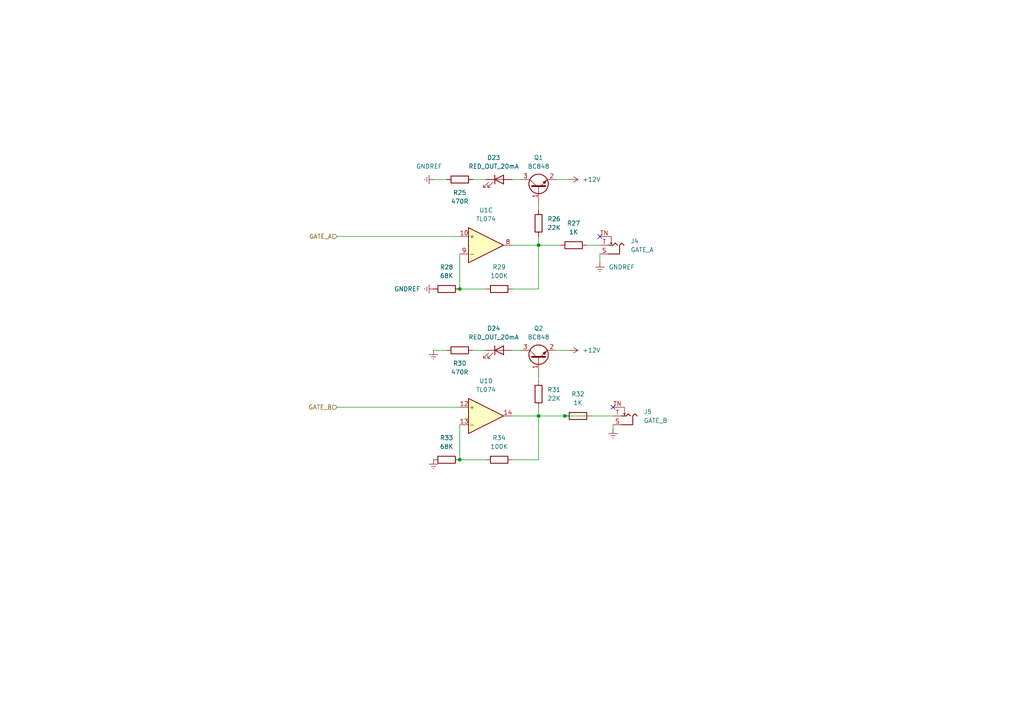
<source format=kicad_sch>
(kicad_sch (version 20231120) (generator "eeschema") (generator_version "8.0")
  (paper "A4")
  (lib_symbols
    (symbol "Amplifier_Operational:TL074" (pin_names (offset 0.127))
      (property "Reference" "U" (at 0 5.08 0))
      (property "Value" "TL074" (at 0 -5.08 0))
      (symbol "TL074_1_1"
        (polyline (pts (xy -5.08 5.08) (xy 5.08 0) (xy -5.08 -5.08) (xy -5.08 5.08)) (stroke (width 0.254)) (fill (type background)))
        (pin output line (at 7.62 0 180) (length 2.54) (name "~") (number "1"))
        (pin input line (at -7.62 -2.54 0) (length 2.54) (name "-") (number "2"))
        (pin input line (at -7.62 2.54 0) (length 2.54) (name "+") (number "3"))
      )
      (symbol "TL074_2_1"
        (polyline (pts (xy -5.08 5.08) (xy 5.08 0) (xy -5.08 -5.08) (xy -5.08 5.08)) (stroke (width 0.254)) (fill (type background)))
        (pin input line (at -7.62 2.54 0) (length 2.54) (name "+") (number "5"))
        (pin input line (at -7.62 -2.54 0) (length 2.54) (name "-") (number "6"))
        (pin output line (at 7.62 0 180) (length 2.54) (name "~") (number "7"))
      )
      (symbol "TL074_3_1"
        (polyline (pts (xy -5.08 5.08) (xy 5.08 0) (xy -5.08 -5.08) (xy -5.08 5.08)) (stroke (width 0.254)) (fill (type background)))
        (pin input line (at -7.62 2.54 0) (length 2.54) (name "+") (number "10"))
        (pin output line (at 7.62 0 180) (length 2.54) (name "~") (number "8"))
        (pin input line (at -7.62 -2.54 0) (length 2.54) (name "-") (number "9"))
      )
      (symbol "TL074_4_1"
        (polyline (pts (xy -5.08 5.08) (xy 5.08 0) (xy -5.08 -5.08) (xy -5.08 5.08)) (stroke (width 0.254)) (fill (type background)))
        (pin input line (at -7.62 2.54 0) (length 2.54) (name "+") (number "12"))
        (pin input line (at -7.62 -2.54 0) (length 2.54) (name "-") (number "13"))
        (pin output line (at 7.62 0 180) (length 2.54) (name "~") (number "14"))
      )
      (symbol "TL074_5_1"
        (pin power_in line (at -2.54 -7.62 90) (length 3.81) (name "V-") (number "11"))
        (pin power_in line (at -2.54 7.62 270) (length 3.81) (name "V+") (number "4"))
      )
    )
    (symbol "Device:R" (pin_numbers hide) (pin_names (offset 0))
      (property "Reference" "R" (at 2.032 0 90))
      (property "Value" "R" (at 0 0 90))
      (symbol "R_0_1"
        (rectangle (start -1.016 -2.54) (end 1.016 2.54) (stroke (width 0.254)))
      )
      (symbol "R_1_1"
        (pin passive line (at 0 3.81 270) (length 1.27) (name "~") (number "1"))
        (pin passive line (at 0 -3.81 90) (length 1.27) (name "~") (number "2"))
      )
    )
    (symbol "Transistor_BJT:BC848" (pin_names (offset 0) hide)
      (property "Reference" "Q" (at 5.08 1.905 0))
      (property "Value" "BC848" (at 5.08 0 0))
      (symbol "BC848_0_1"
        (polyline (pts (xy 0.635 0.635) (xy 2.54 2.54)))
        (polyline (pts (xy 0.635 -0.635) (xy 2.54 -2.54) (xy 2.54 -2.54)))
        (polyline (pts (xy 0.635 1.905) (xy 0.635 -1.905) (xy 0.635 -1.905)) (stroke (width 0.508)))
        (polyline (pts (xy 1.27 -1.778) (xy 1.778 -1.27) (xy 2.286 -2.286) (xy 1.27 -1.778) (xy 1.27 -1.778)) (fill (type outline)))
        (circle (center 1.27 0) (radius 2.8194) (stroke (width 0.254)))
      )
      (symbol "BC848_1_1"
        (pin input line (at -5.08 0 0) (length 5.715) (name "B") (number "1"))
        (pin passive line (at 2.54 -5.08 90) (length 2.54) (name "E") (number "2"))
        (pin passive line (at 2.54 5.08 270) (length 2.54) (name "C") (number "3"))
      )
    )
    (symbol "power:+12V" (power) (pin_numbers hide) (pin_names (offset 0) hide)
      (property "Value" "+12V" (at 0 3.556 0))
      (symbol "+12V_0_1"
        (polyline (pts (xy -0.762 1.27) (xy 0 2.54)))
        (polyline (pts (xy 0 0) (xy 0 2.54)))
        (polyline (pts (xy 0 2.54) (xy 0.762 1.27)))
      )
      (symbol "+12V_1_1"
        (pin power_in line (at 0 0 90) (length 0) (name "~") (number "1"))
      )
    )
    (symbol "power:GNDREF" (power) (pin_numbers hide) (pin_names (offset 0) hide)
      (property "Value" "GNDREF" (at 0 -3.81 0))
      (symbol "GNDREF_0_1"
        (polyline (pts (xy -0.635 -1.905) (xy 0.635 -1.905)))
        (polyline (pts (xy -0.127 -2.54) (xy 0.127 -2.54)))
        (polyline (pts (xy 0 -1.27) (xy 0 0)))
        (polyline (pts (xy 1.27 -1.27) (xy -1.27 -1.27)))
      )
      (symbol "GNDREF_1_1"
        (pin power_in line (at 0 0 270) (length 0) (name "~") (number "1"))
      )
    )
    (symbol "synth:AudioJack_Mono_3.5mm"
      (property "Reference" "J" (at 0 8.89 0))
      (property "Value" "AudioJack_Mono_3.5mm" (at 0 6.35 0))
      (symbol "AudioJack_Mono_3.5mm_0_1"
        (polyline (pts (xy 1.778 -0.254) (xy 2.032 -0.762)))
        (polyline (pts (xy 0 0) (xy 0.635 -0.635) (xy 1.27 0) (xy 2.54 0)) (stroke (width 0.254)))
        (polyline (pts (xy 2.54 -2.54) (xy 1.778 -2.54) (xy 1.778 -0.254) (xy 1.524 -0.762)))
        (polyline (pts (xy 2.54 2.54) (xy -0.635 2.54) (xy -0.635 0) (xy -1.27 -0.635) (xy -1.905 0)) (stroke (width 0.254)))
      )
      (symbol "AudioJack_Mono_3.5mm_1_1"
        (pin passive line (at 5.08 2.54 180) (length 2.54) (name "~") (number "S"))
        (pin passive line (at 5.08 0 180) (length 2.54) (name "~") (number "T"))
        (pin passive line (at 5.08 -2.54 180) (length 2.54) (name "~") (number "TN"))
      )
    )
    (symbol "synth:LED (3mm)" (pin_numbers hide) (pin_names (offset 1.016) hide)
      (property "Reference" "D" (at 0 2.54 0))
      (property "Value" "LED" (at 0 -2.54 0))
      (symbol "LED (3mm)_0_1"
        (polyline (pts (xy -1.27 -1.27) (xy -1.27 1.27)) (stroke (width 0.254)))
        (polyline (pts (xy -1.27 0) (xy 1.27 0)))
        (polyline (pts (xy 1.27 -1.27) (xy 1.27 1.27) (xy -1.27 0) (xy 1.27 -1.27)) (stroke (width 0.254)))
        (polyline (pts (xy -3.048 -0.762) (xy -4.572 -2.286) (xy -3.81 -2.286) (xy -4.572 -2.286) (xy -4.572 -1.524)))
        (polyline (pts (xy -1.778 -0.762) (xy -3.302 -2.286) (xy -2.54 -2.286) (xy -3.302 -2.286) (xy -3.302 -1.524)))
      )
      (symbol "LED (3mm)_1_1"
        (pin passive line (at -3.81 0 0) (length 2.54) (name "K") (number "1"))
        (pin passive line (at 3.81 0 180) (length 2.54) (name "A") (number "2"))
      )
    )
  )
  (junction (at 156.21 71.12))
  (junction (at 133.35 133.35))
  (junction (at 163.83 120.65))
  (junction (at 156.21 120.65))
  (junction (at 133.35 83.82))
  (no_connect (at 173.99 68.58))
  (no_connect (at 177.8 118.11))
  (wire (pts (xy 148.59 83.82) (xy 156.21 83.82)))
  (wire (pts (xy 156.21 71.12) (xy 162.56 71.12)))
  (wire (pts (xy 177.8 123.19) (xy 177.8 124.46)))
  (wire (pts (xy 170.18 71.12) (xy 173.99 71.12)))
  (wire (pts (xy 137.16 52.07) (xy 140.97 52.07)))
  (wire (pts (xy 156.21 118.11) (xy 156.21 120.65)))
  (wire (pts (xy 133.35 123.19) (xy 133.35 133.35)))
  (wire (pts (xy 165.1 101.6) (xy 161.29 101.6)))
  (wire (pts (xy 163.83 120.65) (xy 170.18 120.65)))
  (wire (pts (xy 156.21 59.69) (xy 156.21 60.96)))
  (wire (pts (xy 133.35 83.82) (xy 140.97 83.82)))
  (wire (pts (xy 129.54 101.6) (xy 125.73 101.6)))
  (wire (pts (xy 148.59 71.12) (xy 156.21 71.12)))
  (wire (pts (xy 133.35 133.35) (xy 140.97 133.35)))
  (wire (pts (xy 97.79 68.58) (xy 133.35 68.58)))
  (wire (pts (xy 171.45 120.65) (xy 177.8 120.65)))
  (wire (pts (xy 129.54 52.07) (xy 125.73 52.07)))
  (wire (pts (xy 156.21 109.22) (xy 156.21 110.49)))
  (wire (pts (xy 156.21 68.58) (xy 156.21 71.12)))
  (wire (pts (xy 137.16 101.6) (xy 140.97 101.6)))
  (wire (pts (xy 156.21 120.65) (xy 163.83 120.65)))
  (wire (pts (xy 148.59 52.07) (xy 151.13 52.07)))
  (wire (pts (xy 156.21 133.35) (xy 156.21 120.65)))
  (wire (pts (xy 165.1 52.07) (xy 161.29 52.07)))
  (wire (pts (xy 133.35 73.66) (xy 133.35 83.82)))
  (wire (pts (xy 156.21 83.82) (xy 156.21 71.12)))
  (wire (pts (xy 148.59 133.35) (xy 156.21 133.35)))
  (wire (pts (xy 97.79 118.11) (xy 133.35 118.11)))
  (wire (pts (xy 173.99 73.66) (xy 173.99 76.2)))
  (wire (pts (xy 148.59 101.6) (xy 151.13 101.6)))
  (wire (pts (xy 148.59 120.65) (xy 156.21 120.65)))
  (hierarchical_label "GATE_B" (shape input) (at 97.79 118.11 180))
  (hierarchical_label "GATE_A" (shape input) (at 97.79 68.58 180))
  (symbol (lib_id "synth:LED (3mm)") (at 144.78 52.07 0) (unit 1)
    (property "Reference" "D23" (at 143.1925 45.72 0))
    (property "Value" "RED_OUT_20mA" (at 143.1925 48.26 0))
    (property "Footprint" "Synth:LED_D3.0mm" (effects (hide yes)))
    (property "Description" "Light emitting diode" (effects (hide yes)))
  )
  (symbol (lib_id "Device:R") (at 156.21 114.3 180) (unit 1)
    (property "Reference" "R31" (at 158.75 113.0299 0) (effects (justify right)))
    (property "Value" "22K" (at 158.75 115.5699 0) (effects (justify right)))
    (property "Footprint" "Resistor_SMD:R_0805_2012Metric_Pad1.20x1.40mm_HandSolder" (effects (hide yes)))
    (property "Description" "Resistor" (effects (hide yes)))
  )
  (symbol (lib_id "Transistor_BJT:BC848") (at 156.21 54.61 90) (unit 1)
    (property "Reference" "Q1" (at 156.21 45.72 90))
    (property "Value" "BC848" (at 156.21 48.26 90))
    (property "Footprint" "Package_TO_SOT_SMD:SOT-23" (effects (hide yes)))
    (property "Datasheet" "http://www.infineon.com/dgdl/Infineon-BC847SERIES_BC848SERIES_BC849SERIES_BC850SERIES-DS-v01_01-en.pdf?fileId=db3a304314dca389011541d4630a1657" (effects (hide yes)))
    (property "Description" "0.1A Ic, 30V Vce, NPN Transistor, SOT-23" (effects (hide yes)))
  )
  (symbol (lib_id "synth:AudioJack_Mono_3.5mm") (at 179.07 71.12 180) (unit 1)
    (property "Reference" "J4" (at 182.88 69.9134 0) (effects (justify right)))
    (property "Value" "GATE_A" (at 182.88 72.4534 0) (effects (justify right)))
    (property "Footprint" "Synth:Jack_3.5mm_QingPu_WQP-PJ398SM_Vertical_CircularHoles" (effects (hide yes)))
    (property "Description" "Audio Jack, 2 Poles (Mono / TS), Switched T Pole (Normalling)" (effects (hide yes)))
  )
  (symbol (lib_id "Transistor_BJT:BC848") (at 156.21 104.14 90) (unit 1)
    (property "Reference" "Q2" (at 156.21 95.25 90))
    (property "Value" "BC848" (at 156.21 97.79 90))
    (property "Footprint" "Package_TO_SOT_SMD:SOT-23" (effects (hide yes)))
    (property "Datasheet" "http://www.infineon.com/dgdl/Infineon-BC847SERIES_BC848SERIES_BC849SERIES_BC850SERIES-DS-v01_01-en.pdf?fileId=db3a304314dca389011541d4630a1657" (effects (hide yes)))
    (property "Description" "0.1A Ic, 30V Vce, NPN Transistor, SOT-23" (effects (hide yes)))
  )
  (symbol (lib_id "power:GNDREF") (at 125.73 52.07 270) (unit 1)
    (property "Reference" "#PWR060" (effects (hide yes)))
    (property "Value" "GNDREF" (at 124.46 48.26 90))
    (property "Description" "Power symbol creates a global label with name \"GNDREF\" , reference supply ground" (effects (hide yes)))
  )
  (symbol (lib_id "power:GNDREF") (at 125.73 101.6 0) (unit 1)
    (property "Reference" "#PWR064" (effects (hide yes)))
    (property "Value" "GNDREF" (effects (hide yes)))
    (property "Description" "Power symbol creates a global label with name \"GNDREF\" , reference supply ground" (effects (hide yes)))
  )
  (symbol (lib_id "power:GNDREF") (at 125.73 133.35 0) (unit 1)
    (property "Reference" "#PWR067" (effects (hide yes)))
    (property "Value" "GNDREF" (effects (hide yes)))
    (property "Description" "Power symbol creates a global label with name \"GNDREF\" , reference supply ground" (effects (hide yes)))
  )
  (symbol (lib_id "power:+12V") (at 165.1 52.07 270) (unit 1)
    (property "Reference" "#PWR061" (effects (hide yes)))
    (property "Value" "+12V" (at 168.91 52.0699 90) (effects (justify left)))
    (property "Description" "Power symbol creates a global label with name \"+12V\"" (effects (hide yes)))
  )
  (symbol (lib_id "Device:R") (at 129.54 133.35 90) (unit 1)
    (property "Reference" "R33" (at 129.54 127 90))
    (property "Value" "68K" (at 129.54 129.54 90))
    (property "Footprint" "Resistor_SMD:R_0805_2012Metric_Pad1.20x1.40mm_HandSolder" (effects (hide yes)))
    (property "Description" "Resistor" (effects (hide yes)))
  )
  (symbol (lib_id "Device:R") (at 144.78 133.35 90) (unit 1)
    (property "Reference" "R34" (at 144.78 127 90))
    (property "Value" "100K" (at 144.78 129.54 90))
    (property "Footprint" "Resistor_SMD:R_0805_2012Metric_Pad1.20x1.40mm_HandSolder" (effects (hide yes)))
    (property "Description" "Resistor" (effects (hide yes)))
  )
  (symbol (lib_id "Amplifier_Operational:TL074") (at 140.97 71.12 0) (unit 3)
    (property "Reference" "U1" (at 140.97 60.96 0))
    (property "Value" "TL074" (at 140.97 63.5 0))
    (property "Footprint" "Synth:SOIC-14" (effects (hide yes)))
    (property "Datasheet" "http://www.ti.com/lit/ds/symlink/tl071.pdf" (effects (hide yes)))
    (property "Description" "Quad Low-Noise JFET-Input Operational Amplifiers, DIP-14/SOIC-14" (effects (hide yes)))
  )
  (symbol (lib_id "Device:R") (at 167.64 120.65 90) (unit 1)
    (property "Reference" "R32" (at 167.64 114.3 90))
    (property "Value" "1K" (at 167.64 116.84 90))
    (property "Footprint" "Resistor_SMD:R_0805_2012Metric_Pad1.20x1.40mm_HandSolder" (effects (hide yes)))
    (property "Description" "Resistor" (effects (hide yes)))
  )
  (symbol (lib_id "power:GNDREF") (at 125.73 83.82 270) (unit 1)
    (property "Reference" "#PWR063" (effects (hide yes)))
    (property "Value" "GNDREF" (at 121.92 83.8199 90) (effects (justify right)))
    (property "Description" "Power symbol creates a global label with name \"GNDREF\" , reference supply ground" (effects (hide yes)))
  )
  (symbol (lib_id "power:+12V") (at 165.1 101.6 270) (unit 1)
    (property "Reference" "#PWR065" (effects (hide yes)))
    (property "Value" "+12V" (at 168.91 101.5999 90) (effects (justify left)))
    (property "Description" "Power symbol creates a global label with name \"+12V\"" (effects (hide yes)))
  )
  (symbol (lib_id "Device:R") (at 166.37 71.12 90) (unit 1)
    (property "Reference" "R27" (at 166.37 64.77 90))
    (property "Value" "1K" (at 166.37 67.31 90))
    (property "Footprint" "Resistor_SMD:R_0805_2012Metric_Pad1.20x1.40mm_HandSolder" (effects (hide yes)))
    (property "Description" "Resistor" (effects (hide yes)))
  )
  (symbol (lib_id "Device:R") (at 129.54 83.82 90) (unit 1)
    (property "Reference" "R28" (at 129.54 77.47 90))
    (property "Value" "68K" (at 129.54 80.01 90))
    (property "Footprint" "Resistor_SMD:R_0805_2012Metric_Pad1.20x1.40mm_HandSolder" (effects (hide yes)))
    (property "Description" "Resistor" (effects (hide yes)))
  )
  (symbol (lib_id "Device:R") (at 144.78 83.82 90) (unit 1)
    (property "Reference" "R29" (at 144.78 77.47 90))
    (property "Value" "100K" (at 144.78 80.01 90))
    (property "Footprint" "Resistor_SMD:R_0805_2012Metric_Pad1.20x1.40mm_HandSolder" (effects (hide yes)))
    (property "Description" "Resistor" (effects (hide yes)))
  )
  (symbol (lib_id "power:GNDREF") (at 173.99 76.2 0) (unit 1)
    (property "Reference" "#PWR062" (effects (hide yes)))
    (property "Value" "GNDREF" (at 176.53 77.4699 0) (effects (justify left)))
    (property "Description" "Power symbol creates a global label with name \"GNDREF\" , reference supply ground" (effects (hide yes)))
  )
  (symbol (lib_id "Device:R") (at 133.35 101.6 90) (unit 1)
    (property "Reference" "R30" (at 133.35 105.41 90))
    (property "Value" "470R" (at 133.35 107.95 90))
    (property "Footprint" "Resistor_SMD:R_0805_2012Metric_Pad1.20x1.40mm_HandSolder" (effects (hide yes)))
    (property "Description" "Resistor" (effects (hide yes)))
  )
  (symbol (lib_id "synth:LED (3mm)") (at 144.78 101.6 0) (unit 1)
    (property "Reference" "D24" (at 143.1925 95.25 0))
    (property "Value" "RED_OUT_20mA" (at 143.1925 97.79 0))
    (property "Footprint" "Synth:LED_D3.0mm" (effects (hide yes)))
    (property "Description" "Light emitting diode" (effects (hide yes)))
  )
  (symbol (lib_id "Device:R") (at 156.21 64.77 180) (unit 1)
    (property "Reference" "R26" (at 158.75 63.4999 0) (effects (justify right)))
    (property "Value" "22K" (at 158.75 66.0399 0) (effects (justify right)))
    (property "Footprint" "Resistor_SMD:R_0805_2012Metric_Pad1.20x1.40mm_HandSolder" (effects (hide yes)))
    (property "Description" "Resistor" (effects (hide yes)))
  )
  (symbol (lib_id "synth:AudioJack_Mono_3.5mm") (at 182.88 120.65 180) (unit 1)
    (property "Reference" "J5" (at 186.69 119.4434 0) (effects (justify right)))
    (property "Value" "GATE_B" (at 186.69 121.9834 0) (effects (justify right)))
    (property "Footprint" "Synth:Jack_3.5mm_QingPu_WQP-PJ398SM_Vertical_CircularHoles" (effects (hide yes)))
    (property "Description" "Audio Jack, 2 Poles (Mono / TS), Switched T Pole (Normalling)" (effects (hide yes)))
  )
  (symbol (lib_id "power:GNDREF") (at 177.8 124.46 0) (unit 1)
    (property "Reference" "#PWR066" (effects (hide yes)))
    (property "Value" "GNDREF" (effects (hide yes)))
    (property "Description" "Power symbol creates a global label with name \"GNDREF\" , reference supply ground" (effects (hide yes)))
  )
  (symbol (lib_id "Device:R") (at 133.35 52.07 90) (unit 1)
    (property "Reference" "R25" (at 133.35 55.88 90))
    (property "Value" "470R" (at 133.35 58.42 90))
    (property "Footprint" "Resistor_SMD:R_0805_2012Metric_Pad1.20x1.40mm_HandSolder" (effects (hide yes)))
    (property "Description" "Resistor" (effects (hide yes)))
  )
  (symbol (lib_id "Amplifier_Operational:TL074") (at 140.97 120.65 0) (unit 4)
    (property "Reference" "U1" (at 140.97 110.49 0))
    (property "Value" "TL074" (at 140.97 113.03 0))
    (property "Footprint" "Synth:SOIC-14" (effects (hide yes)))
    (property "Datasheet" "http://www.ti.com/lit/ds/symlink/tl071.pdf" (effects (hide yes)))
    (property "Description" "Quad Low-Noise JFET-Input Operational Amplifiers, DIP-14/SOIC-14" (effects (hide yes)))
  )
)
</source>
